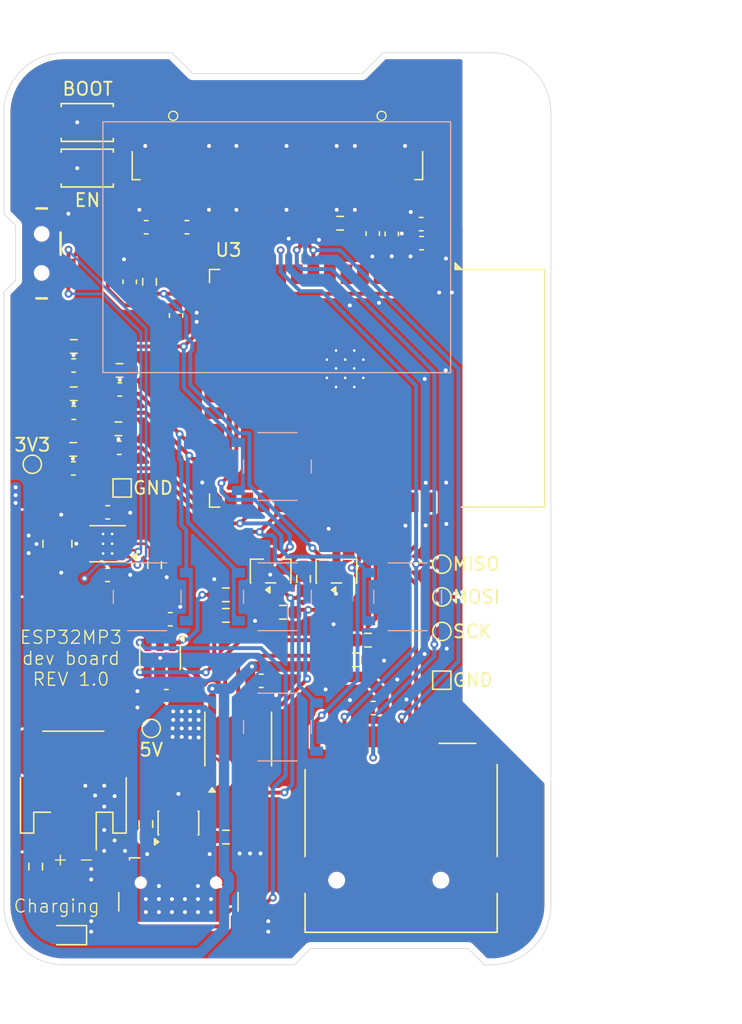
<source format=kicad_pcb>
(kicad_pcb (version 20241229) (generator "pcbnew") (generator_version "9.0")
  (layers (0 "F.Cu" signal) (2 "B.Cu" signal) (13 "F.Paste" user) (15 "B.Paste" user) (5 "F.SilkS" user "F.Silkscreen") (7 "B.SilkS" user "B.Silkscreen") (1 "F.Mask" user) (3 "B.Mask" user) (25 "Edge.Cuts" user))
  (net 0 "")
  (net 1 "+3V3")
  (net 2 "GND")
  (net 3 "/MCU/EN")
  (net 4 "/Buttons/BTN UP")
  (net 5 "/Buttons/BTN ENTER")
  (net 6 "/Buttons/BTN DOWN")
  (net 7 "/Buttons/BTN RIGHT")
  (net 8 "/Buttons/BTN LEFT")
  (net 9 "/MCU/BOOT")
  (net 10 "+BATT")
  (net 11 "Net-(DS1-VCOMH)")
  (net 12 "Net-(DS1-VCC)")
  (net 13 "Net-(DS1-C2N)")
  (net 14 "Net-(DS1-C2P)")
  (net 15 "Net-(DS1-C1N)")
  (net 16 "Net-(DS1-C1P)")
  (net 17 "Net-(D1-K)")
  (net 18 "Net-(D1-A)")
  (net 20 "/Display/DISPLAY RESET")
  (net 22 "/Display/CLK")
  (net 23 "/Display/MOSI")
  (net 24 "/Display/DISPLAY CS")
  (net 25 "Net-(DS1-IREF)")
  (net 26 "/Display/DISPLAY D{slash}~{C}")
  (net 27 "/MCU/µSD CS")
  (net 28 "/MCU/MISO")
  (net 29 "/MCU/µSD DET")
  (net 30 "Net-(J1-CC2)")
  (net 31 "Net-(J1-D--PadA7)")
  (net 32 "Net-(J1-CC1)")
  (net 33 "Net-(J1-D+-PadA6)")
  (net 34 "VBUS")
  (net 39 "Net-(U2-LX2)")
  (net 40 "Net-(U2-LX1)")
  (net 41 "/USB bridge/~{RTS}")
  (net 42 "Net-(Q1-B)")
  (net 43 "Net-(U1-ISET)")
  (net 44 "Net-(U1-TS)")
  (net 45 "/USB bridge/~{DTR}")
  (net 46 "Net-(Q2-B)")
  (net 47 "/USB bridge/TXD BRIDGE")
  (net 48 "Net-(U2-CFG1)")
  (net 49 "Net-(SW1-B)")
  (net 50 "/USB bridge/RXD BRIDGE")
  (net 61 "/MCU/RXD BRIDGE")
  (net 69 "/MCU/TXD BRIDGE")
  (net 71 "/USB bridge/UD-")
  (net 72 "/USB bridge/UD+")
  (footprint "Package_TO_SOT_SMD:SOT-23-6" (layer "F.Cu") (at 166.899532 104.858046 90)
    (property "Reference" "U5" (hide yes))
    (property "Value" "USBLC6-2SC6")
  )
  (footprint "Capacitor_SMD:C_0603_1608Metric" (layer "F.Cu") (at 183.28 59.65 -90)
    (property "Reference" "C14" (hide yes))
    (property "Value" "2u2")
  )
  (footprint "Library:SW_TS-1088-AR02016" (layer "F.Cu") (at 159.9 54.6)
    (property "Reference" "SW2" (hide yes))
    (property "Value" "EN")
  )
  (footprint "Capacitor_SMD:C_0603_1608Metric" (layer "F.Cu") (at 158.855 69.75 180)
    (property "Reference" "C16" (hide yes))
    (property "Value" "100n")
  )
  (footprint "Library:N096-2864KSWEG01-H30" (layer "F.Cu") (at 174.5 51.95)
    (property "Reference" "DS1" (hide yes))
    (property "Value" "N096-2864KSWEG01-H30")
  )
  (footprint "TestPoint:TestPoint_Pad_D1.0mm" (layer "F.Cu") (at 187.12 85)
    (property "Reference" "TP3" (hide yes))
    (property "Value" "MISO")
  )
  (footprint "Resistor_SMD:R_0603_1608Metric_Pad0.98x0.95mm_HandSolder" (layer "F.Cu") (at 170.55 88.925)
    (property "Reference" "R3" (hide yes))
    (property "Value" "675R")
  )
  (footprint "Resistor_SMD:R_0603_1608Metric_Pad0.98x0.95mm_HandSolder" (layer "F.Cu") (at 158.82 76.19)
    (property "Reference" "R16" (hide yes))
    (property "Value" "10k")
  )
  (footprint "TestPoint:TestPoint_Pad_D1.0mm" (layer "F.Cu") (at 187.13 90.16)
    (property "Reference" "TP5" (hide yes))
    (property "Value" "SCK")
  )
  (footprint "Capacitor_SMD:C_0603_1608Metric" (layer "F.Cu") (at 185.54 58.9 180)
    (property "Reference" "C8" (hide yes))
    (property "Value" "100n")
  )
  (footprint "RF_Module:ESP32-WROOM-32D" (layer "F.Cu") (at 179.17 71.5 -90)
    (property "Reference" "U3")
    (property "Value" "ESP32-WROOM-32E-R2")
  )
  (footprint "Capacitor_SMD:C_0603_1608Metric" (layer "F.Cu") (at 161.46 85.82)
    (property "Reference" "C3" (hide yes))
    (property "Value" "22u")
  )
  (footprint "Resistor_SMD:R_0603_1608Metric_Pad0.98x0.95mm_HandSolder" (layer "F.Cu") (at 179.32 58.832 180)
    (property "Reference" "R12" (hide yes))
    (property "Value" "910k")
  )
  (footprint "Resistor_SMD:R_0603_1608Metric_Pad0.98x0.95mm_HandSolder" (layer "F.Cu") (at 181.45 90.83)
    (property "Reference" "R1" (hide yes))
    (property "Value" "0R")
  )
  (footprint "TestPoint:TestPoint_Pad_D1.0mm" (layer "F.Cu") (at 187.13 87.51)
    (property "Reference" "TP4" (hide yes))
    (property "Value" "MOSI")
  )
  (footprint "TestPoint:TestPoint_Pad_1.0x1.0mm" (layer "F.Cu") (at 187.125 93.9)
    (property "Reference" "TP1" (hide yes))
    (property "Value" "GND")
  )
  (footprint "Capacitor_SMD:C_0603_1608Metric" (layer "F.Cu") (at 161.47 81.02)
    (property "Reference" "C4" (hide yes))
    (property "Value" "22u")
  )
  (footprint "TestPoint:TestPoint_Pad_D1.0mm" (layer "F.Cu") (at 164.81 97.6)
    (property "Reference" "TP6" (hide yes))
    (property "Value" "5V")
  )
  (footprint "Capacitor_SMD:C_0603_1608Metric" (layer "F.Cu") (at 167.55 59.137)
    (property "Reference" "C12" (hide yes))
    (property "Value" "1u")
  )
  (footprint "Resistor_SMD:R_0603_1608Metric_Pad0.98x0.95mm_HandSolder" (layer "F.Cu") (at 158.86 71.92)
    (property "Reference" "R15" (hide yes))
    (property "Value" "10k")
  )
  (footprint "Resistor_SMD:R_0603_1608Metric_Pad0.98x0.95mm_HandSolder" (layer "F.Cu") (at 170.55 87.35)
    (property "Reference" "R4" (hide yes))
    (property "Value" "10k")
  )
  (footprint "Capacitor_SMD:C_0603_1608Metric" (layer "F.Cu") (at 181.86 96.04 180)
    (property "Reference" "C10" (hide yes))
    (property "Value" "100n")
  )
  (footprint "Capacitor_SMD:C_0603_1608Metric" (layer "F.Cu") (at 163.16 63.33 90)
    (property "Reference" "C5" (hide yes))
    (property "Value" "100n")
  )
  (footprint "Resistor_SMD:R_0603_1608Metric_Pad0.98x0.95mm_HandSolder" (layer "F.Cu") (at 165.07 85.07 -90)
    (property "Reference" "R6" (hide yes))
    (property "Value" "36k5")
  )
  (footprint "Library:SW_TS-1088-AR02016" (layer "F.Cu") (at 159.9 51.1)
    (property "Reference" "SW3" (hide yes))
    (property "Value" "BOOT")
  )
  (footprint "Package_SO:SSOP-10-1EP_3.9x4.9mm_P1mm_EP2.1x3.3mm" (layer "F.Cu") (at 171.49 98.4125 90)
    (property "Reference" "U4" (hide yes))
    (property "Value" "CH340K")
  )
  (footprint "Package_TO_SOT_SMD:SOT-23-3" (layer "F.Cu") (at 179.03 85.53 90)
    (property "Reference" "Q1" (hide yes))
    (property "Value" "SS8050")
  )
  (footprint "Connector_JST:JST_PH_S2B-PH-SM4-TB_1x02-1MP_P2.00mm_Horizontal" (layer "F.Cu") (at 158.83 102.325 180)
    (property "Reference" "BT1" (hide yes))
    (property "Value" "974058 li-Ion")
  )
  (footprint "Resistor_SMD:R_0603_1608Metric_Pad0.98x0.95mm_HandSolder" (layer "F.Cu") (at 164.68 63.33 -90)
    (property "Reference" "R7" (hide yes))
    (property "Value" "10k")
  )
  (footprint "Capacitor_SMD:C_0603_1608Metric" (layer "F.Cu") (at 162.4025 71.59 180)
    (property "Reference" "C19" (hide yes))
    (property "Value" "100n")
  )
  (footprint "Connector_USB:USB_C_Receptacle_GCT_USB4110" (layer "F.Cu") (at 166.9 112.05)
    (property "Reference" "J1" (hide yes))
    (property "Value" "USB_C_Receptacle_USB2.0_16P")
  )
  (footprint "Package_TO_SOT_SMD:SOT-23-6" (layer "F.Cu") (at 165.4875 92.15 -90)
    (property "Reference" "U1" (hide yes))
    (property "Value" "BQ21040DBV")
  )
  (footprint "Inductor_SMD:L_1008_2520Metric" (layer "F.Cu") (at 157.61 83.43 90)
    (property "Reference" "L1" (hide yes))
    (property "Value" "2u2")
  )
  (footprint "Capacitor_SMD:C_0603_1608Metric" (layer "F.Cu") (at 166.275 89.225)
    (property "Reference" "C2" (hide yes))
    (property "Value" "22u")
  )
  (footprint "Resistor_SMD:R_0603_1608Metric_Pad0.98x0.95mm_HandSolder" (layer "F.Cu") (at 170.55 105.94 180)
    (property "Reference" "R11" (hide yes))
    (property "Value" "5k1")
  )
  (footprint "Capacitor_SMD:C_0603_1608Metric" (layer "F.Cu") (at 158.83 77.65 180)
    (property "Reference" "C18" (hide yes))
    (property "Value" "100n")
  )
  (footprint "Resistor_SMD:R_0603_1608Metric_Pad0.98x0.95mm_HandSolder" (layer "F.Cu") (at 162.38 70.13)
    (property "Reference" "R17" (hide yes))
    (property "Value" "10k")
  )
  (footprint "Resistor_SMD:R_0603_1608Metric_Pad0.98x0.95mm_HandSolder" (layer "F.Cu") (at 162.295 74.61)
    (property "Reference" "R13" (hide yes))
    (property "Value" "10k")
  )
  (footprint "Resistor_SMD:R_0603_1608Metric_Pad0.98x0.95mm_HandSolder" (layer "F.Cu") (at 176.51 86.1275 90)
    (property "Reference" "R8" (hide yes))
    (property "Value" "10k")
  )
  (footprint "LED_SMD:LED_0603_1608Metric" (layer "F.Cu") (at 158.36 113.47 180)
    (property "Reference" "D1" (hide yes))
    (property "Value" "LED")
  )
  (footprint "Capacitor_SMD:C_0603_1608Metric" (layer "F.Cu") (at 165.965 95.13 180)
    (property "Reference" "C1" (hide yes))
    (property "Value" "2u2")
  )
  (footprint "Resistor_SMD:R_0603_1608Metric_Pad0.98x0.95mm_HandSolder" (layer "F.Cu") (at 155.94 108.21 -90)
    (property "Reference" "R5" (hide yes))
    (property "Value" "270R")
  )
  (footprint "Resistor_SMD:R_0603_1608Metric_Pad0.98x0.95mm_HandSolder" (layer "F.Cu") (at 174.93 88.69 180)
    (property "Reference" "R9" (hide yes))
    (property "Value" "10k")
  )
  (footprint "Capacitor_SMD:C_0603_1608Metric" (layer "F.Cu") (at 158.87 73.38 180)
    (property "Reference" "C17" (hide yes))
    (property "Value" "100n")
  )
  (footprint "Capacitor_SMD:C_0603_1608Metric" (layer "F.Cu") (at 164.425 59.137)
    (property "Reference" "C11" (hide yes))
    (property "Value" "1u")
  )
  (footprint "Resistor_SMD:R_0603_1608Metric_Pad0.98x0.95mm_HandSolder" (layer "F.Cu") (at 180.53 92.34)
    (property "Reference" "R2" (hide yes))
    (property "Value" "0R")
  )
  (footprint "Package_SON:WSON-10-1EP_2.5x2.5mm_P0.5mm_EP1.2x2mm_ThermalVias" (layer "F.Cu") (at 161.46 83.43 180)
    (property "Reference" "U2" (hide yes))
    (property "Value" "TPS63900")
  )
  (footprint "Package_TO_SOT_SMD:SOT-23-3" (layer "F.Cu") (at 173.98 85.5225 90)
    (property "Reference" "Q2" (hide yes))
    (property "Value" "SS8050")
  )
  (footprint "Library:MK-12C02-G015" (layer "F.Cu") (at 156.4 61.15 90)
    (property "Reference" "SW1" (hide yes))
    (property "Value" "SW_SPDT")
  )
  (footprint "Capacitor_SMD:C_0603_1608Metric" (layer "F.Cu") (at 173.26 93.95)
    (property "Reference" "C9" (hide yes))
    (property "Value" "100n")
  )
  (footprint "Library:TF PUSH" (layer "F.Cu") (at 184 106)
    (property "Reference" "J2" (hide yes))
    (property "Value" "Micro_SD_Card_Det1")
  )
  (footprint "Resistor_SMD:R_0603_1608Metric_Pad0.98x0.95mm_HandSolder" (layer "F.Cu") (at 158.87 68.29)
    (property "Reference" "R14" (hide yes))
    (property "Value" "10k")
  )
  (footprint "Capacitor_SMD:C_0603_1608Metric" (layer "F.Cu") (at 162.355 76.07 180)
    (property "Reference" "C15" (hide yes))
    (property "Value" "100n")
  )
  (footprint "TestPoint:TestPoint_Pad_D1.0mm" (layer "F.Cu") (at 155.68 77.33)
    (property "Reference" "TP7" (hide yes))
    (property "Value" "3V3")
  )
  (footprint "Capacitor_SMD:C_0603_1608Metric" (layer "F.Cu") (at 181.82 59.632 -90)
    (property "Reference" "C13" (hide yes))
    (property "Value" "4u7")
  )
  (footprint "TestPoint:TestPoint_Pad_1.0x1.0mm" (layer "F.Cu") (at 162.575 79.15)
    (property "Reference" "TP2" (hide yes))
    (property "Value" "GND")
  )
  (footprint "Capacitor_SMD:C_0603_1608Metric" (layer "F.Cu") (at 185.57 60.36 180)
    (property "Reference" "C7" (hide yes))
    (property "Value" "100n")
  )
  (footprint "Resistor_SMD:R_0603_1608Metric_Pad0.98x0.95mm_HandSolder" (layer "F.Cu") (at 164.4 104.95 -90)
    (property "Reference" "R10" (hide yes))
    (property "Value" "5k1")
  )
  (footprint "Capacitor_SMD:C_0603_1608Metric" (layer "F.Cu") (at 166.72 65.91 -90)
    (property "Reference" "C6" (hide yes))
    (property "Value" "100n")
  )
  (footprint "Library:PTS526SM15SMTR2LFS" (layer "B.Cu") (at 174.5 97.5)
    (property "Reference" "SW7" (hide yes))
    (property "Value" "DOWN")
  )
  (footprint "Library:PTS526SM15SMTR2LFS" (layer "B.Cu") (at 184.5 87.5 180)
    (property "Reference" "SW4" (hide yes))
    (property "Value" "LEFT")
  )
  (footprint "Library:PTS526SM15SMTR2LFS" (layer "B.Cu") (at 174.5 87.5 180)
    (property "Reference" "SW6" (hide yes))
    (property "Value" "ENTER")
  )
  (footprint "Library:PTS526SM15SMTR2LFS" (layer "B.Cu") (at 164.5 87.5)
    (property "Reference" "SW8" (hide yes))
    (property "Value" "RIGHT")
  )
  (footprint "Library:PTS526SM15SMTR2LFS" (layer "B.Cu") (at 174.5 77.5 180)
    (property "Reference" "SW5" (hide yes))
    (property "Value" "UP")
  )
  (gr_line (start 154.4 59) (end 154.4 63.2) (stroke (width 0.05)) (layer "Edge.Cuts"))
  (gr_line (start 168 47.35) (end 174.5 47.35) (stroke (width 0.05)) (layer "Edge.Cuts"))
  (gr_line (start 181 47.35) (end 174.5 47.35) (stroke (width 0.05)) (layer "Edge.Cuts"))
  (gr_line (start 154.4 63.2) (end 153.5 64.1) (stroke (width 0.05)) (layer "Edge.Cuts"))
  (gr_arc (start 153.5 50.35) (mid 154.847309 47.097309) (end 158.1 45.75) (stroke (width 0.05)) (layer "Edge.Cuts"))
  (gr_arc (start 195.5 111.15) (mid 194.152691 114.402691) (end 190.9 115.75) (stroke (width 0.05)) (layer "Edge.Cuts"))
  (gr_line (start 182.6 45.75) (end 181 47.35) (stroke (width 0.05)) (layer "Edge.Cuts"))
  (gr_line (start 190.4 115.75) (end 190.9 115.75) (stroke (width 0.05)) (layer "Edge.Cuts"))
  (gr_line (start 189.15 114.5) (end 190.4 115.75) (stroke (width 0.05)) (layer "Edge.Cuts"))
  (gr_arc (start 158.099999 115.750001) (mid 154.847308 114.402692) (end 153.499999 111.150001) (stroke (width 0.05)) (layer "Edge.Cuts"))
  (gr_line (start 175.8 115.75) (end 158.1 115.75) (stroke (width 0.05)) (layer "Edge.Cuts"))
  (gr_line (start 158.1 45.75) (end 166.4 45.75) (stroke (width 0.05)) (layer "Edge.Cuts"))
  (gr_line (start 177.05 114.5) (end 189.15 114.5) (stroke (width 0.05)) (layer "Edge.Cuts"))
  (gr_line (start 153.5 64.1) (end 153.5 111.15) (stroke (width 0.05)) (layer "Edge.Cuts"))
  (gr_line (start 153.5 58.1) (end 153.5 50.35) (stroke (width 0.05)) (layer "Edge.Cuts"))
  (gr_line (start 195.5 50.35) (end 195.5 111.15) (stroke (width 0.05)) (layer "Edge.Cuts"))
  (gr_line (start 166.4 45.75) (end 168 47.35) (stroke (width 0.05)) (layer "Edge.Cuts"))
  (gr_line (start 154.4 59) (end 153.5 58.1) (stroke (width 0.05)) (layer "Edge.Cuts"))
  (gr_line (start 177.05 114.5) (end 175.8 115.75) (stroke (width 0.05)) (layer "Edge.Cuts"))
  (gr_line (start 182.6 45.75) (end 190.9 45.75) (stroke (width 0.05)) (layer "Edge.Cuts"))
  (gr_arc (start 190.9 45.75) (mid 194.152691 47.097309) (end 195.5 50.35) (stroke (width 0.05)) (layer "Edge.Cuts"))
  (gr_text "+ -" (at 158.83 108.21 0) (layer "F.SilkS") (effects (font (size 1 1) (thickness 0.1)) (justify bottom)))
  (gr_text "Charging" (at 157.55 111.82 0) (layer "F.SilkS") (effects (font (size 1 1) (thickness 0.1)) (justify bottom)))
  (gr_text "ESP32MP3\ndev board\nREV 1.0" (at 158.65 92.22 0) (layer "F.SilkS") (effects (font (size 1 1) (thickness 0.1))))
  (segment (start 169.49 95.775) (end 169.49 94.56) (width 0.3) (layer "F.Cu") (net 1))
  (segment (start 182.95 98.25) (end 182.95 96.355) (width 0.4) (layer "F.Cu") (net 1))
  (segment (start 172.485 92.915) (end 172.485 93.95) (width 0.6) (layer "F.Cu") (net 1))
  (segment (start 162.476 60.186) (end 162.476 56.376) (width 0.3) (layer "F.Cu") (net 1))
  (segment (start 181.32 93.65) (end 178.7 93.65) (width 0.8) (layer "F.Cu") (net 1))
  (segment (start 169.49 94.56) (end 169.5 94.55) (width 0.3) (layer "F.Cu") (net 1))
  (segment (start 172.49 93.955) (end 172.485 93.95) (width 0.3) (layer "F.Cu") (net 1))
  (segment (start 177.9 92.85) (end 172.55 92.85) (width 0.8) (layer "F.Cu") (net 1))
  (segment (start 160.8475 70.75) (end 157.5 70.75) (width 0.3) (layer "F.Cu") (net 1))
  (segment (start 162.476 56.376) (end 163.001 55.851) (width 0.3) (layer "F.Cu") (net 1))
  (segment (start 161.3825 74.61) (end 157.49 74.61) (width 0.3) (layer "F.Cu") (net 1))
  (segment (start 172.49 95.775) (end 172.49 93.955) (width 0.6) (layer "F.Cu") (net 1))
  (segment (start 161.4675 70.13) (end 160.8475 70.75) (width 0.3) (layer "F.Cu") (net 1))
  (segment (start 169.95 55.337) (end 169.95 49.6) (width 0.4) (layer "F.Cu") (net 1))
  (segment (start 167.85 55.337) (end 167.85 49.55) (width 0.4) (layer "F.Cu") (net 1))
  (segment (start 182.635 94.965) (end 181.32 93.65) (width 0.8) (layer "F.Cu") (net 1))
  (segment (start 169.48 95.765) (end 169.49 95.775) (width 0.3) (layer "F.Cu") (net 1))
  (segment (start 164.68 62.4175) (end 164.68 62.39) (width 0.3) (layer "F.Cu") (net 1))
  (segment (start 178.7 93.65) (end 177.9 92.85) (width 0.8) (layer "F.Cu") (net 1))
  (segment (start 163.001 55.851) (end 163.001 51.45) (width 0.3) (layer "F.Cu") (net 1))
  (segment (start 164.68 62.39) (end 162.476 60.186) (width 0.3) (layer "F.Cu") (net 1))
  (segment (start 172.55 92.85) (end 172.485 92.915) (width 0.8) (layer "F.Cu") (net 1))
  (segment (start 182.635 94.965) (end 182.635 96.04) (width 0.8) (layer "F.Cu") (net 1))
  (via (at 172.55 92.85) (size 0.6) (drill 0.3) (layers "F.Cu" "B.Cu") (net 1))
  (via (at 154.4 79.7) (size 0.6) (drill 0.3) (layers "F.Cu" "B.Cu") (net 1))
  (via (at 154.4 79.1) (size 0.6) (drill 0.3) (layers "F.Cu" "B.Cu") (net 1))
  (via (at 169.5 94.55) (size 0.6) (drill 0.3) (layers "F.Cu" "B.Cu") (net 1))
  (via (at 154.4 80.3) (size 0.6) (drill 0.3) (layers "F.Cu" "B.Cu") (net 1))
  (segment (start 154.4 80.3) (end 154.401 80.301) (width 0.8) (layer "B.Cu") (net 1))
  (segment (start 170.4 100.302) (end 170.399 100.301) (width 0.8) (layer "B.Cu") (net 1))
  (segment (start 170.85 94.55) (end 172.55 92.85) (width 0.8) (layer "B.Cu") (net 1))
  (segment (start 170.4 112.999) (end 170.4 110.215272) (width 0.8) (layer "B.Cu") (net 1))
  (segment (start 170.399 100.301) (end 170.399 94.55) (width 0.8) (layer "B.Cu") (net 1))
  (segment (start 170.766 109.849272) (end 170.766 109.040728) (width 0.8) (layer "B.Cu") (net 1))
  (segment (start 170.4 110.215272) (end 170.766 109.849272) (width 0.8) (layer "B.Cu") (net 1))
  (segment (start 170.399 94.55) (end 170.85 94.55) (width 0.8) (layer "B.Cu") (net 1))
  (segment (start 154.401 91.549) (end 154.401 111.124438) (width 0.8) (layer "B.Cu") (net 1))
  (segment (start 170.4 108.674728) (end 170.4 100.302) (width 0.8) (layer "B.Cu") (net 1))
  (segment (start 158.125562 114.849) (end 168.55 114.849) (width 0.8) (layer "B.Cu") (net 1))
  (segment (start 154.4 79.7) (end 154.4 80.3) (width 0.8) (layer "B.Cu") (net 1))
  (segment (start 154.4 79.1) (end 154.4 79.7) (width 0.8) (layer "B.Cu") (net 1))
  (segment (start 170.766 109.040728) (end 170.4 108.674728) (width 0.8) (layer "B.Cu") (net 1))
  (segment (start 170.399 94.55) (end 169.5 94.55) (width 0.8) (layer "B.Cu") (net 1))
  (segment (start 154.401 80.301) (end 154.401 91.549) (width 0.8) (layer "B.Cu") (net 1))
  (segment (start 168.55 114.849) (end 170.4 112.999) (width 0.8) (layer "B.Cu") (net 1))
  (arc (start 154.401 111.124438) (mid 155.491899 113.758101) (end 158.125562 114.849) (width 0.8) (layer "B.Cu") (net 1))
  (via (at 160.2 108.4) (size 0.6) (drill 0.3) (layers "F.Cu" "B.Cu") (net 2))
  (via (at 165.5 92.2) (size 0.6) (drill 0.3) (layers "F.Cu" "B.Cu") (net 2))
  (via (at 162.8 107) (size 0.6) (drill 0.3) (layers "F.Cu" "B.Cu") (net 2))
  (via (at 173.8 113.2) (size 0.6) (drill 0.3) (layers "F.Cu" "B.Cu") (net 2))
  (via (at 171.35 52.9) (size 0.6) (drill 0.3) (layers "F.Cu" "B.Cu") (net 2))
  (via (at 158.85 72.65) (size 0.6) (drill 0.3) (layers "F.Cu" "B.Cu") (net 2))
  (via (at 173.2 107.2) (size 0.6) (drill 0.3) (layers "F.Cu" "B.Cu") (net 2))
  (via (at 182.69 92.4) (size 0.6) (drill 0.3) (layers "F.Cu" "B.Cu") (net 2))
  (via (at 158.85 68.95) (size 0.6) (drill 0.3) (layers "F.Cu" "B.Cu") (net 2))
  (via (at 169.65 86.15) (size 0.6) (drill 0.3) (layers "F.Cu" "B.Cu") (net 2))
  (via (at 162 106.2) (size 0.6) (drill 0.3) (layers "F.Cu" "B.Cu") (net 2))
  (via (at 177.69 60.11) (size 0.6) (drill 0.3) (layers "F.Cu" "B.Cu") (net 2))
  (via (at 157.9 85.65) (size 0.6) (drill 0.3) (layers "F.Cu" "B.Cu") (net 2))
  (via (at 171.6 107.2) (size 0.6) (drill 0.3) (layers "F.Cu" "B.Cu") (net 2))
  (via (at 178.2 94.61) (size 0.6) (drill 0.3) (layers "F.Cu" "B.Cu") (net 2))
  (via (at 185.81 70.78) (size 0.6) (drill 0.3) (layers "F.Cu" "B.Cu") (net 2))
  (via (at 167.04 88.27) (size 0.6) (drill 0.3) (layers "F.Cu" "B.Cu") (net 2))
  (via (at 163.9 57.8) (size 0.6) (drill 0.3) (layers "F.Cu" "B.Cu") (net 2))
  (via (at 185.88 82.02) (size 0.6) (drill 0.3) (layers "F.Cu" "B.Cu") (net 2))
  (via (at 186.92 64.15) (size 0.6) (drill 0.3) (layers "F.Cu" "B.Cu") (net 2))
  (via (at 179.05 57.8) (size 0.6) (drill 0.3) (layers "F.Cu" "B.Cu") (net 2))
  (via (at 187.47 81.91) (size 0.6) (drill 0.3) (layers "F.Cu" "B.Cu") (net 2))
  (via (at 158.45 58.1) (size 0.6) (drill 0.3) (layers "F.Cu" "B.Cu") (net 2))
  (via (at 166 86) (size 0.6) (drill 0.3) (layers "F.Cu" "B.Cu") (net 2))
  (via (at 171.35 57.8) (size 0.6) (drill 0.3) (layers "F.Cu" "B.Cu") (net 2))
  (via (at 172.78 89.35) (size 0.6) (drill 0.3) (layers "F.Cu" "B.Cu") (net 2))
  (via (at 161.2 107) (size 0.6) (drill 0.3) (layers "F.Cu" "B.Cu") (net 2))
  (via (at 175.2 57.8) (size 0.6) (drill 0.3) (layers "F.Cu" "B.Cu") (net 2))
  (via (at 187.44 61.54) (size 0.6) (drill 0.3) (layers "F.Cu" "B.Cu") (net 2))
  (via (at 163.2 85.82) (size 0.6) (drill 0.3) (layers "F.Cu" "B.Cu") (net 2))
  (via (at 184.33 82.04) (size 0.6) (drill 0.3) (layers "F.Cu" "B.Cu") (net 2))
  (via (at 187.9 64.15) (size 0.6) (drill 0.3) (layers "F.Cu" "B.Cu") (net 2))
  (via (at 172.4 107.2) (size 0.6) (drill 0.3) (layers "F.Cu" "B.Cu") (net 2))
  (via (at 174.4 95.05) (size 0.6) (drill 0.3) (layers "F.Cu" "B.Cu") (net 2))
  (via (at 178.81 89.61) (size 0.6) (drill 0.3) (layers "F.Cu" "B.Cu") (net 2))
  (via (at 181.79 61.38) (size 0.6) (drill 0.3) (layers "F.Cu" "B.Cu") (net 2))
  (via (at 155.4 84.15) (size 0.6) (drill 0.3) (layers "F.Cu" "B.Cu") (net 2))
  (via (at 159.13 51.09) (size 0.6) (drill 0.3) (layers "F.Cu" "B.Cu") (net 2))
  (via (at 168.3 66.4) (size 0.6) (drill 0.3) (layers "F.Cu" "B.Cu") (net 2))
  (via (at 184.3 52.9) (size 0.6) (drill 0.3) (layers "F.Cu" "B.Cu") (net 2))
  (via (at 180.45 57.8) (size 0.6) (drill 0.3) (layers "F.Cu" "B.Cu") (net 2))
  (via (at 163.2 81.05) (size 0.6) (drill 0.3) (layers "F.Cu" "B.Cu") (net 2))
  (via (at 163.75 96) (size 0.6) (drill 0.3) (layers "F.Cu" "B.Cu") (net 2))
  (via (at 187.46 78.74) (size 0.6) (drill 0.3) (layers "F.Cu" "B.Cu") (net 2))
  (via (at 168.3 65.7) (size 0.6) (drill 0.3) (layers "F.Cu" "B.Cu") (net 2))
  (via (at 161.2 103.6) (size 0.6) (drill 0.3) (layers "F.Cu" "B.Cu") (net 2))
  (via (at 183.7 93.85) (size 0.6) (drill 0.3) (layers "F.Cu" "B.Cu") (net 2))
  (via (at 179 87.27) (size 0.6) (drill 0.3) (layers "F.Cu" "B.Cu") (net 2))
  (via (at 169.25 52.9) (size 0.6) (drill 0.3) (layers "F.Cu" "B.Cu") (net 2))
  (via (at 157.9 81.2) (size 0.6) (drill 0.3) (layers "F.Cu" "B.Cu") (net 2))
  (via (at 183.28 61.37) (size 0.6) (drill 0.3) (layers "F.Cu" "B.Cu") (net 2))
  (via (at 159.75 102) (size 0.6) (drill 0.3) (layers "F.Cu" "B.Cu") (net 2))
  (via (at 160.2 109.2) (size 0.6) (drill 0.3) (layers "F.Cu" "B.Cu") (net 2))
  (via (at 162 102.8) (size 0.6) (drill 0.3) (layers "F.Cu" "B.Cu") (net 2))
  (via (at 180.06 65.14) (size 0.6) (drill 0.3) (layers "F.Cu" "B.Cu") (net 2))
  (via (at 161.2 102) (size 0.6) (drill 0.3) (layers "F.Cu" "B.Cu") (net 2))
  (via (at 169.25 57.8) (size 0.6) (drill 0.3) (layers "F.Cu" "B.Cu") (net 2))
  (via (at 160.2 112.4) (size 0.6) (drill 0.3) (layers "F.Cu" "B.Cu") (net 2))
  (via (at 184.72 61.38) (size 0.6) (drill 0.3) (layers "F.Cu" "B.Cu") (net 2))
  (via (at 185.89 78.75) (size 0.6) (drill 0.3) (layers "F.Cu" "B.Cu") (net 2))
  (via (at 173.8 112.4) (size 0.6) (drill 0.3) (layers "F.Cu" "B.Cu") (net 2))
  (via (at 160.2 113.2) (size 0.6) (drill 0.3) (layers "F.Cu" "B.Cu") (net 2))
  (via (at 179.05 52.9) (size 0.6) (drill 0.3) (layers "F.Cu" "B.Cu") (net 2))
  (via (at 185.8 91.89) (size 0.6) (drill 0.3) (layers "F.Cu" "B.Cu") (net 2))
  (via (at 159.06 83.43) (size 0.6) (drill 0.3) (layers "F.Cu" "B.Cu") (net 2))
  (via (at 159.13 54.61) (size 0.6) (drill 0.3) (layers "F.Cu" "B.Cu") (net 2))
  (via (at 162.3 75.4) (size 0.6) (drill 0.3) (layers "F.Cu" "B.Cu") (net 2))
  (via (at 164.35 52.9) (size 0.6) (drill 0.3) (layers "F.Cu" "B.Cu") (net 2))
  (via (at 187.5 91.48) (size 0.6) (drill 0.3) (layers "F.Cu" "B.Cu") (net 2))
  (via (at 162.4 70.85) (size 0.6) (drill 0.3) (layers "F.Cu" "B.Cu") (net 2))
  (via (at 178.43 82.28) (size 0.6) (drill 0.3) (layers "F.Cu" "B.Cu") (net 2))
  (via (at 180.07 95.43) (size 0.6) (drill 0.3) (layers "F.Cu" "B.Cu") (net 2))
  (via (at 175.37 60.01) (size 0.6) (drill 0.3) (layers "F.Cu" "B.Cu") (net 2))
  (via (at 180.45 52.9) (size 0.6) (drill 0.3) (layers "F.Cu" "B.Cu") (net 2))
  (via (at 173.95 85.8) (size 0.6) (drill 0.3) (layers "F.Cu" "B.Cu") (net 2))
  (via (at 163.75 94.75) (size 0.6) (drill 0.3) (layers "F.Cu" "B.Cu") (net 2))
  (via (at 158.8 76.9) (size 0.6) (drill 0.3) (layers "F.Cu" "B.Cu") (net 2))
  (via (at 161.2 105.4) (size 0.6) (drill 0.3) (layers "F.Cu" "B.Cu") (net 2))
  (via (at 184.05 59.62) (size 0.6) (drill 0.3) (layers "F.Cu" "B.Cu") (net 2))
  (via (at 175.2 52.9) (size 0.6) (drill 0.3) (layers "F.Cu" "B.Cu") (net 2))
  (via (at 160.5 102.75) (size 0.6) (drill 0.3) (layers "F.Cu" "B.Cu") (net 2))
  (via (at 168.73 78.73) (size 0.6) (drill 0.3) (layers "F.Cu" "B.Cu") (net 2))
  (via (at 155.4 82.8) (size 0.6) (drill 0.3) (layers "F.Cu" "B.Cu") (net 2))
  (via (at 184.41 95.38) (size 0.6) (drill 0.3) (layers "F.Cu" "B.Cu") (net 2))
  (via (at 162.72 61.6) (size 0.6) (drill 0.3) (layers "F.Cu" "B.Cu") (net 2))
  (via (at 182.3 64.94) (size 0.6) (drill 0.3) (layers "F.Cu" "B.Cu") (net 2))
  (via (at 156 83.45) (size 0.6) (drill 0.3) (layers "F.Cu" "B.Cu") (net 2))
  (via (at 184.74 57.97) (size 0.6) (drill 0.3) (layers "F.Cu" "B.Cu") (net 2))
  (via (at 187.42 70.12) (size 0.6) (drill 0.3) (layers "F.Cu" "B.Cu") (net 2))
  (segment (start 177.81954 84.3925) (end 179.03 84.3925) (width 0.3) (layer "F.Cu") (net 3))
  (segment (start 164.68 64.2425) (end 184.4375 64.2425) (width 0.3) (layer "F.Cu") (net 3))
  (segment (start 163.16 64.105) (end 163.2975 64.2425) (width 0.3) (layer "F.Cu") (net 3))
  (segment (start 184.4375 64.2425) (end 184.88 63.8) (width 0.3) (layer "F.Cu") (net 3))
  (segment (start 177.19 83.76296) (end 177.81954 84.3925) (width 0.3) (layer "F.Cu") (net 3))
  (segment (start 163.2975 64.2425) (end 164.68 64.2425) (width 0.3) (layer "F.Cu") (net 3))
  (segment (start 162.405 64.105) (end 163.16 64.105) (width 0.3) (layer "F.Cu") (net 3))
  (segment (start 161.975 63.675) (end 162.405 64.105) (width 0.3) (layer "F.Cu") (net 3))
  (segment (start 184.88 63.8) (end 184.88 62.75) (width 0.3) (layer "F.Cu") (net 3))
  (segment (start 161.975 54.6) (end 161.975 63.675) (width 0.3) (layer "F.Cu") (net 3))
  (via (at 177.19 83.76296) (size 0.6) (drill 0.3) (layers "F.Cu" "B.Cu") (net 3))
  (via (at 165.77 64.2425) (size 0.6) (drill 0.3) (layers "F.Cu" "B.Cu") (net 3))
  (segment (start 177.19 83.76296) (end 172.351 78.923959) (width 0.3) (layer "B.Cu") (net 3))
  (segment (start 172.351 74.949) (end 171.50752 74.949) (width 0.3) (layer "B.Cu") (net 3))
  (segment (start 167.961 68.559654) (end 167.961 68.020346) (width 0.3) (layer "B.Cu") (net 3))
  (segment (start 167.5 65.9725) (end 165.77 64.2425) (width 0.3) (layer "B.Cu") (net 3))
  (segment (start 167.811 71.25248) (end 167.811 68.709654) (width 0.3) (layer "B.Cu") (net 3))
  (segment (start 171.50752 74.949) (end 167.811 71.25248) (width 0.3) (layer "B.Cu") (net 3))
  (segment (start 167.811 68.709654) (end 167.961 68.559654) (width 0.3) (layer "B.Cu") (net 3))
  (segment (start 172.351 78.923959) (end 172.351 74.949) (width 0.3) (layer "B.Cu") (net 3))
  (segment (start 167.579654 67.639) (end 167.5 67.639) (width 0.3) (layer "B.Cu") (net 3))
  (segment (start 167.961 68.020346) (end 167.579654 67.639) (width 0.3) (layer "B.Cu") (net 3))
  (segment (start 167.5 67.639) (end 167.5 65.9725) (width 0.3) (layer "B.Cu") (net 3))
  (segment (start 168.54 67.06) (end 169.66 67.06) (width 0.3) (layer "F.Cu") (net 4))
  (segment (start 167.31 68.29) (end 168.54 67.06) (width 0.3) (layer "F.Cu") (net 4))
  (segment (start 159.7825 68.29) (end 159.7825 69.5975) (width 0.3) (layer "F.Cu") (net 4))
  (segment (start 159.7825 69.5975) (end 159.63 69.75) (width 0.3) (layer "F.Cu") (net 4))
  (segment (start 159.7825 68.29) (end 167.31 68.29) (width 0.3) (layer "F.Cu") (net 4))
  (via (at 167.31 68.29) (size 0.6) (drill 0.3) (layers "F.Cu" "B.Cu") (net 4))
  (segment (start 167.31 71.46) (end 167.31 68.29) (width 0.3) (layer "B.Cu") (net 4))
  (segment (start 171.85 79) (end 171.85 76) (width 0.3) (layer "B.Cu") (net 4))
  (segment (start 171.5 75.65) (end 167.31 71.46) (width 0.3) (layer "B.Cu") (net 4))
  (segment (start 171.85 76) (end 171.5 75.65) (width 0.3) (layer "B.Cu") (net 4))
  (segment (start 171.5 79.35) (end 171.85 79) (width 0.3) (layer "B.Cu") (net 4))
  (segment (start 167.98 76.92) (end 169.36 76.92) (width 0.3) (layer "F.Cu") (net 5))
  (segment (start 164.44 73.38) (end 159.645 73.38) (width 0.3) (layer "F.Cu") (net 5))
  (segment (start 159.7725 71.92) (end 159.7725 73.2525) (width 0.3) (layer "F.Cu") (net 5))
  (segment (start 159.7725 73.2525) (end 159.645 73.38) (width 0.3) (layer "F.Cu") (net 5))
  (segment (start 169.36 76.92) (end 169.66 77.22) (width 0.3) (layer "F.Cu") (net 5))
  (segment (start 167.73 76.67) (end 167.98 76.92) (width 0.3) (layer "F.Cu") (net 5))
  (segment (start 167.73 76.67) (end 164.44 73.38) (width 0.3) (layer "F.Cu") (net 5))
  (via (at 167.73 76.67) (size 0.6) (drill 0.3) (layers "F.Cu" "B.Cu") (net 5))
  (segment (start 167.62 81.77) (end 171.5 85.65) (width 0.3) (layer "B.Cu") (net 5))
  (segment (start 171.5 89.35) (end 171.15 89) (width 0.3) (layer "B.Cu") (net 5))
  (segment (start 171.15 86) (end 171.5 85.65) (width 0.3) (layer "B.Cu") (net 5))
  (segment (start 171.15 89) (end 171.15 86) (width 0.3) (layer "B.Cu") (net 5))
  (segment (start 167.62 76.78) (end 167.62 81.77) (width 0.3) (layer "B.Cu") (net 5))
  (segment (start 167.73 76.67) (end 167.62 76.78) (width 0.3) (layer "B.Cu") (net 5))
  (segment (start 159.7325 77.5225) (end 159.605 77.65) (width 0.3) (layer "F.Cu") (net 6))
  (segment (start 174.41 80.56) (end 174.72 80.25) (width 0.3) (layer "F.Cu") (net 6))
  (segment (start 159.605 77.65) (end 164.98148 77.65) (width 0.3) (layer "F.Cu") (net 6))
  (segment (start 174.41 81.24) (end 174.41 80.56) (width 0.3) (layer "F.Cu") (net 6))
  (segment (start 173.13 82.52) (end 174.41 81.24) (width 0.3) (layer "F.Cu") (net 6))
  (segment (start 169.85148 82.52) (end 173.13 82.52) (width 0.3) (layer "F.Cu") (net 6))
  (segment (start 164.98148 77.65) (end 169.85148 82.52) (width 0.3) (layer "F.Cu") (net 6))
  (segment (start 159.7325 76.19) (end 159.7325 77.5225) (width 0.3) (layer "F.Cu") (net 6))
  (via (at 173.13 82.52) (size 0.6) (drill 0.3) (layers "F.Cu" "B.Cu") (net 6))
  (segment (start 176.14 86.518521) (end 176.14 94.29) (width 0.3) (layer "B.Cu") (net 6))
  (segment (start 174.309 83.00752) (end 174.309 84.687521) (width 0.3) (layer "B.Cu") (net 6))
  (segment (start 176.14 94.29) (end 177.5 95.65) (width 0.3) (layer "B.Cu") (net 6))
  (segment (start 177.15 99) (end 177.5 99.35) (width 0.3) (layer "B.Cu") (net 6))
  (segment (start 173.38 82.77) (end 174.07148 82.77) (width 0.3) (layer "B.Cu") (net 6))
  (segment (start 177.5 95.65) (end 177.15 96) (width 0.3) (layer "B.Cu") (net 6))
  (segment (start 173.13 82.52) (end 173.38 82.77) (width 0.3) (layer "B.Cu") (net 6))
  (segment (start 174.07148 82.77) (end 174.309 83.00752) (width 0.3) (layer "B.Cu") (net 6))
  (segment (start 174.309 84.687521) (end 176.14 86.518521) (width 0.3) (layer "B.Cu") (net 6))
  (segment (start 177.15 96) (end 177.15 99) (width 0.3) (layer "B.Cu") (net 6))
  (segment (start 166.99462 75.01538) (end 167.92924 75.95) (width 0.3) (layer "F.Cu") (net 7))
  (segment (start 163.89924 71.92) (end 163.38 71.92) (width 0.3) (layer "F.Cu") (net 7))
  (segment (start 163.1775 71.7175) (end 163.1775 71.59) (width 0.3) (layer "F.Cu") (net 7))
  (segment (start 163.38 71.92) (end 163.1775 71.7175) (width 0.3) (layer "F.Cu") (net 7))
  (segment (start 163.2925 70.13) (end 163.2925 71.475) (width 0.3) (layer "F.Cu") (net 7))
  (segment (start 163.2925 71.475) (end 163.1775 71.59) (width 0.3) (layer "F.Cu") (net 7))
  (segment (start 166.99462 75.01538) (end 163.89924 71.92) (width 0.3) (layer "F.Cu") (net 7))
  (segment (start 167.92924 75.95) (end 169.66 75.95) (width 0.3) (layer "F.Cu") (net 7))
  (via (at 166.99462 75.01538) (size 0.6) (drill 0.3) (layers "F.Cu" "B.Cu") (net 7))
  (segment (start 167.85 89) (end 167.85 86) (width 0.3) (layer "B.Cu") (net 7))
  (segment (start 167.119 81.97752) (end 167.119 77.05) (width 0.3) (layer "B.Cu") (net 7))
  (segment (start 167.5 89.35) (end 167.85 89) (width 0.3) (layer "B.Cu") (net 7))
  (segment (start 166.969 76.9) (end 166.969 75.041) (width 0.3) (layer "B.Cu") (net 7))
  (segment (start 167.85 86) (end 167.5 85.65) (width 0.3) (layer "B.Cu") (net 7))
  (segment (start 167.5 85.65) (end 167.5 82.35852) (width 0.3) (layer "B.Cu") (net 7))
  (segment (start 167.119 77.05) (end 166.969 76.9) (width 0.3) (layer "B.Cu") (net 7))
  (segment (start 167.5 82.35852) (end 167.119 81.97752) (width 0.3) (layer "B.Cu") (net 7))
  (segment (start 166.969 75.041) (end 166.99462 75.01538) (width 0.3) (layer "B.Cu") (net 7))
  (segment (start 171.63 81.87) (end 171.67 81.91) (width 0.3) (layer "F.Cu") (net 8))
  (segment (start 164.11 76.07) (end 169.91 81.87) (width 0.3) (layer "F.Cu") (net 8))
  (segment (start 169.91 81.87) (end 171.63 81.87) (width 0.3) (layer "F.Cu") (net 8))
  (segment (start 163.13 76.07) (end 164.11 76.07) (width 0.3) (layer "F.Cu") (net 8))
  (segment (start 171.67 81.83) (end 172.18 81.32) (width 0.3) (layer "F.Cu") (net 8))
  (segment (start 163.2075 74.61) (end 163.2075 75.9925) (width 0.3) (layer "F.Cu") (net 8))
  (segment (start 171.67 81.91) (end 171.67 81.83) (width 0.3) (layer "F.Cu") (net 8))
  (segment (start 172.18 81.32) (end 172.18 80.25) (width 0.3) (layer "F.Cu") (net 8))
  (via (at 171.63 81.87) (size 0.6) (drill 0.3) (layers "F.Cu" "B.Cu") (net 8))
  (segment (start 174.81 83.389346) (end 174.81 82.8) (width 0.3) (layer "B.Cu") (net 8))
  (segment (start 181.5 89.35) (end 181.15 89) (width 0.3) (layer "B.Cu") (net 8))
  (segment (start 175.31 84.42) (end 175.201 84.311) (width 0.3) (layer "B.Cu") (net 8))
  (segment (start 174.809 83.929654) (end 174.809 83.390346) (width 0.3) (layer "B.Cu") (net 8))
  (segment (start 174.81 82.8) (end 173.88 81.87) (width 0.3) (layer "B.Cu") (net 8))
  (segment (start 181.15 89) (end 181.15 86) (width 0.3) (layer "B.Cu") (net 8))
  (segment (start 180.27 84.42) (end 175.31 84.42) (width 0.3) (layer "B.Cu") (net 8))
  (segment (start 181.15 86) (end 181.5 85.65) (width 0.3) (layer "B.Cu") (net 8))
  (segment (start 181.5 85.65) (end 180.27 84.42) (width 0.3) (layer "B.Cu") (net 8))
  (segment (start 173.88 81.87) (end 171.63 81.87) (width 0.3) (layer "B.Cu") (net 8))
  (segment (start 175.201 84.311) (end 175.190346 84.311) (width 0.3) (layer "B.Cu") (net 8))
  (segment (start 174.809 83.390346) (end 174.81 83.389346) (width 0.3) (layer "B.Cu") (net 8))
  (segment (start 175.190346 84.311) (end 174.809 83.929654) (width 0.3) (layer "B.Cu") (net 8))
  (segment (start 161.474 56.184) (end 161.474 63.882521) (width 0.3) (layer "F.Cu") (net 9))
  (segment (start 171.35 77.25) (end 171.35 77.63) (width 0.3) (layer "F.Cu") (net 9))
  (segment (start 170.77 78.21) (end 170.2 78.78) (width 0.3) (layer "F.Cu") (net 9))
  (segment (start 173.98 84.385) (end 174.735 84.385) (width 0.3) (layer "F.Cu") (net 9))
  (segment (start 161.975 51.1) (end 160.949 52.126) (width 0.3) (layer "F.Cu") (net 9))
  (segment (start 170.761 64.989) (end 171.35 65.578) (width 0.3) (layer "F.Cu") (net 9))
  (segment (start 171.35 65.578) (end 171.35 77.25) (width 0.3) (layer "F.Cu") (net 9))
  (segment (start 160.949 55.659) (end 161.474 56.184) (width 0.3) (layer "F.Cu") (net 9))
  (segment (start 174.735 84.385) (end 175.46 83.66) (width 0.3) (layer "F.Cu") (net 9))
  (segment (start 166.866 64.989) (end 170.761 64.989) (width 0.3) (layer "F.Cu") (net 9))
  (segment (start 170.2 79.31) (end 170.91 80.02) (width 0.3) (layer "F.Cu") (net 9))
  (segment (start 166.72 65.135) (end 166.866 64.989) (width 0.3) (layer "F.Cu") (net 9))
  (segment (start 170.2 78.78) (end 170.2 79.31) (width 0.3) (layer "F.Cu") (net 9))
  (segment (start 171.35 77.63) (end 170.77 78.21) (width 0.3) (layer "F.Cu") (net 9))
  (segment (start 162.726478 65.135) (end 166.72 65.135) (width 0.3) (layer "F.Cu") (net 9))
  (segment (start 161.474 63.882521) (end 162.726478 65.135) (width 0.3) (layer "F.Cu") (net 9))
  (segment (start 170.91 80.02) (end 170.91 80.25) (width 0.3) (layer "F.Cu") (net 9))
  (segment (start 160.949 52.126) (end 160.949 55.659) (width 0.3) (layer "F.Cu") (net 9))
  (via (at 175.46 83.66) (size 0.6) (drill 0.3) (layers "F.Cu" "B.Cu") (net 9))
  (via (at 170.2 78.78) (size 0.6) (drill 0.3) (layers "F.Cu" "B.Cu") (net 9))
  (segment (start 170.8 80.051) (end 172.76952 80.051) (width 0.3) (layer "B.Cu") (net 9))
  (segment (start 172.76952 80.051) (end 175.46 82.74148) (width 0.3) (layer "B.Cu") (net 9))
  (segment (start 175.46 82.74148) (end 175.46 83.66) (width 0.3) (layer "B.Cu") (net 9))
  (segment (start 170.2 78.78) (end 170.2 79.451) (width 0.3) (layer "B.Cu") (net 9))
  (segment (start 170.2 79.451) (end 170.8 80.051) (width 0.3) (layer "B.Cu") (net 9))
  (segment (start 158.45 63.4) (end 158.45 64.24) (width 0.3) (layer "F.Cu") (net 10))
  (segment (start 158.45 64.24) (end 158.46 64.25) (width 0.3) (layer "F.Cu") (net 10))
  (segment (start 163.72 83.93) (end 163.82 84.03) (width 0.2) (layer "F.Cu") (net 10))
  (segment (start 162.6725 83.93) (end 163.72 83.93) (width 0.2) (layer "F.Cu") (net 10))
  (via (at 159.69 86.09) (size 0.6) (drill 0.3) (layers "F.Cu" "B.Cu") (net 10))
  (via (at 158.46 64.25) (size 0.6) (drill 0.3) (layers "F.Cu" "B.Cu") (net 10))
  (via (at 163.82 84.03) (size 0.6) (drill 0.3) (layers "F.Cu" "B.Cu") (net 10))
  (segment (start 160.781 84.999) (end 159.69 86.09) (width 0.2) (layer "B.Cu") (net 10))
  (segment (start 159.711 86.069) (end 159.69 86.09) (width 0.3) (layer "B.Cu") (net 10))
  (segment (start 161.05 64.25) (end 164.02 67.22) (width 0.2) (layer "B.Cu") (net 10))
  (segment (start 164.02 67.22) (end 164.02 83.83) (width 0.2) (layer "B.Cu") (net 10))
  (segment (start 163.82 84.03) (end 162.851 84.999) (width 0.2) (layer "B.Cu") (net 10))
  (segment (start 162.851 84.999) (end 160.781 84.999) (width 0.2) (layer "B.Cu") (net 10))
  (segment (start 158.46 64.25) (end 161.05 64.25) (width 0.2) (layer "B.Cu") (net 10))
  (segment (start 164.02 83.83) (end 163.82 84.03) (width 0.2) (layer "B.Cu") (net 10))
  (segment (start 182.55 57.95) (end 181.82 58.68) (width 0.3) (layer "F.Cu") (net 11))
  (segment (start 181.82 58.68) (end 181.82 58.857) (width 0.3) (layer "F.Cu") (net 11))
  (segment (start 182.55 55.337) (end 182.55 57.95) (width 0.3) (layer "F.Cu") (net 11))
  (segment (start 183.25 55.337) (end 183.25 58.845) (width 0.3) (layer "F.Cu") (net 12))
  (segment (start 183.25 58.845) (end 183.28 58.875) (width 0.3) (layer "F.Cu") (net 12))
  (segment (start 165.05 57.737) (end 163.65 59.137) (width 0.3) (layer "F.Cu") (net 13))
  (segment (start 165.05 55.337) (end 165.05 57.737) (width 0.3) (layer "F.Cu") (net 13))
  (segment (start 165.75 58.587) (end 165.2 59.137) (width 0.3) (layer "F.Cu") (net 14))
  (segment (start 165.75 55.337) (end 165.75 58.587) (width 0.3) (layer "F.Cu") (net 14))
  (segment (start 167.15 55.337) (end 167.15 57.962) (width 0.3) (layer "F.Cu") (net 15))
  (segment (start 167.15 57.962) (end 168.325 59.137) (width 0.3) (layer "F.Cu") (net 15))
  (segment (start 166.45 55.337) (end 166.45 58.812) (width 0.3) (layer "F.Cu") (net 16))
  (segment (start 166.45 58.812) (end 166.775 59.137) (width 0.3) (layer "F.Cu") (net 16))
  (segment (start 174.05 110.6) (end 174.15 110.6) (width 0.3) (layer "F.Cu") (net 17))
  (segment (start 159.1675 112.3) (end 159.9435 111.524) (width 0.3) (layer "F.Cu") (net 17))
  (segment (start 173.115935 111.534065) (end 174.05 110.6) (width 0.3) (layer "F.Cu") (net 17))
  (segment (start 159.2725 113.345) (end 159.1475 113.47) (width 0.3) (layer "F.Cu") (net 17))
  (segment (start 170.569 111.86913) (end 170.91413 111.524) (width 0.3) (layer "F.Cu") (net 17))
  (segment (start 163.231 111.86913) (end 163.231 112.8) (width 0.3) (layer "F.Cu") (net 17))
  (segment (start 173.10587 111.524) (end 173.115935 111.534065) (width 0.3) (layer "F.Cu") (net 17))
  (segment (start 170.91413 111.524) (end 173.10587 111.524) (width 0.3) (layer "F.Cu") (net 17))
  (segment (start 159.1675 113.45) (end 159.1475 113.47) (width 0.2) (layer "F.Cu") (net 17))
  (segment (start 159.9435 111.524) (end 162.88587 111.524) (width 0.3) (layer "F.Cu") (net 17))
  (segment (start 159.1675 113.45) (end 159.1675 112.3) (width 0.3) (layer "F.Cu") (net 17))
  (segment (start 163.925 91.0125) (end 164.5375 91.0125) (width 0.6) (layer "F.Cu") (net 17))
  (segment (start 170.569 112.8) (end 170.569 111.86913) (width 0.3) (layer "F.Cu") (net 17))
  (segment (start 162.88587 111.524) (end 163.231 111.86913) (width 0.3) (layer "F.Cu") (net 17))
  (segment (start 163.231 112.8) (end 170.569 112.8) (width 0.3) (layer "F.Cu") (net 17))
  (via (at 163.925 91.0125) (size 0.6) (drill 0.3) (layers "F.Cu" "B.Cu") (net 17))
  (via (at 174.15 110.6) (size 0.6) (drill 0.3) (layers "F.Cu" "B.Cu") (net 17))
  (segment (start 174.15 102.2) (end 175.139 101.211) (width 0.3) (layer "B.Cu") (net 17))
  (segment (start 174.15 110.6) (end 174.15 102.2) (width 0.3) (layer "B.Cu") (net 17))
  (segment (start 175.139 101.211) (end 175.139 93.339) (width 0.3) (layer "B.Cu") (net 17))
  (segment (start 175.139 93.339) (end 173.24 91.44) (width 0.3) (layer "B.Cu") (net 17))
  (segment (start 164.3525 91.44) (end 163.925 91.0125) (width 0.3) (layer "B.Cu") (net 17))
  (segment (start 173.24 91.44) (end 164.3525 91.44) (width 0.3) (layer "B.Cu") (net 17))
  (segment (start 155.94 109.1225) (end 155.94 111.8375) (width 0.3) (layer "F.Cu") (net 18))
  (segment (start 155.94 111.8375) (end 157.5725 113.47) (width 0.3) (layer "F.Cu") (net 18))
  (segment (start 172.18 60.43) (end 172.18 62.75) (width 0.3) (layer "F.Cu") (net 20))
  (segment (start 173.45 55.337) (end 173.45 59.16) (width 0.3) (layer "F.Cu") (net 20))
  (segment (start 173.45 59.16) (end 172.18 60.43) (width 0.3) (layer "F.Cu") (net 20))
  (segment (start 181.85 98.25) (end 181.85 99.85) (width 0.3) (layer "F.Cu") (net 22))
  (segment (start 186.549942 91.15) (end 186.549942 90.740058) (width 0.3) (layer "F.Cu") (net 22))
  (segment (start 176.25 55.337) (end 176.25 60.63) (width 0.3) (layer "F.Cu") (net 22))
  (segment (start 175.99 60.89) (end 175.99 62.75) (width 0.3) (layer "F.Cu") (net 22))
  (segment (start 176.25 60.63) (end 175.99 60.89) (width 0.3) (layer "F.Cu") (net 22))
  (segment (start 186.549942 90.740058) (end 187.13 90.16) (width 0.3) (layer "F.Cu") (net 22))
  (via (at 186.549942 91.15) (size 0.6) (drill 0.3) (layers "F.Cu" "B.Cu") (net 22))
  (via (at 175.99 60.89) (size 0.6) (drill 0.3) (layers "F.Cu" "B.Cu") (net 22))
  (via (at 181.85 99.85) (size 0.6) (drill 0.3) (layers "F.Cu" "B.Cu") (net 22))
  (segment (start 175.99 61.99) (end 176.35 62.35) (width 0.3) (layer "B.Cu") (net 22))
  (segment (start 186.55 92.075) (end 181.85 96.775) (width 0.3) (layer "B.Cu") (net 22))
  (segment (start 178.65 62.35) (end 186.55 70.25) (width 0.3) (layer "B.Cu") (net 22))
  (segment (start 181.85 96.775) (end 181.85 99.85) (width 0.3) (layer "B.Cu") (net 22))
  (segment (start 186.55 70.25) (end 186.55 92.075) (width 0.3) (layer "B.Cu") (net 22))
  (segment (start 176.35 62.35) (end 178.65 62.35) (width 0.3) (layer "B.Cu") (net 22))
  (segment (start 175.99 60.89) (end 175.99 61.99) (width 0.3) (layer "B.Cu") (net 22))
  (segment (start 176.95 55.337) (end 176.95 60.59) (width 0.3) (layer "F.Cu") (net 23))
  (segment (start 176.95 60.59) (end 177.26 60.9) (width 0.3) (layer "F.Cu") (net 23))
  (segment (start 184.05 96.7) (end 184.05 98.25) (width 0.3) (layer "F.Cu") (net 23))
  (segment (start 177.26 60.9) (end 177.26 62.75) (width 0.3) (layer "F.Cu") (net 23))
  (segment (start 187.13 87.51) (end 188.39 87.51) (width 0.3) (layer "F.Cu") (net 23))
  (segment (start 188.39 87.51) (end 188.4 87.5) (width 0.3) (layer "F.Cu") (net 23))
  (via (at 188.4 87.5) (size 0.6) (drill 0.3) (layers "F.Cu" "B.Cu") (net 23))
  (via (at 184.05 96.7) (size 0.6) (drill 0.3) (layers "F.Cu" "B.Cu") (net 23))
  (via (at 177.26 60.9) (size 0.6) (drill 0.3) (layers "F.Cu" "B.Cu") (net 23))
  (segment (start 179.3 60.9) (end 177.26 60.9) (width 0.3) (layer "B.Cu") (net 23))
  (segment (start 184.05 96.7) (end 184.1 96.65) (width 0.3) (layer "B.Cu") (net 23))
  (segment (start 188.4 92.45) (end 188.4 70) (width 0.3) (layer "B.Cu") (net 23))
  (segment (start 184.1 96.65) (end 184.2 96.65) (width 0.3) (layer "B.Cu") (net 23))
  (segment (start 188.4 70) (end 179.3 60.9) (width 0.3) (layer "B.Cu") (net 23))
  (segment (start 184.2 96.65) (end 188.4 92.45) (width 0.3) (layer "B.Cu") (net 23))
  (segment (start 172.75 55.337) (end 172.75 58.69) (width 0.3) (layer "F.Cu") (net 24))
  (segment (start 172.75 58.69) (end 170.91 60.53) (width 0.3) (layer "F.Cu") (net 24))
  (segment (start 170.91 60.53) (end 170.91 62.75) (width 0.3) (layer "F.Cu") (net 24))
  (segment (start 180.418 58.832) (end 180.2325 58.832) (width 0.3) (layer "F.Cu") (net 25))
  (segment (start 181.85 55.337) (end 181.85 57.4) (width 0.3) (layer "F.Cu") (net 25))
  (segment (start 181.85 57.4) (end 180.418 58.832) (width 0.3) (layer "F.Cu") (net 25))
  (segment (start 173.45 62.75) (end 173.45 60.41) (width 0.3) (layer "F.Cu") (net 26))
  (segment (start 173.45 60.41) (end 174.15 59.71) (width 0.3) (layer "F.Cu") (net 26))
  (segment (start 174.15 59.71) (end 174.15 55.337) (width 0.3) (layer "F.Cu") (net 26))
  (segment (start 180.77 84.67) (end 180.77 80.55) (width 0.3) (layer "F.Cu") (net 27))
  (segment (start 180.77 80.55) (end 181.07 80.25) (width 0.3) (layer "F.Cu") (net 27))
  (segment (start 177.45 98.25) (end 177.45 97.05) (width 0.3) (layer "F.Cu") (net 27))
  (segment (start 180.21038 85.22962) (end 180.77 84.67) (width 0.3) (layer "F.Cu") (net 27))
  (segment (start 177.45 97.05) (end 177.9 96.6) (width 0.3) (layer "F.Cu") (net 27))
  (segment (start 180.21038 85.27962) (end 180.21038 85.22962) (width 0.3) (layer "F.Cu") (net 27))
  (via (at 180.21038 85.27962) (size 0.6) (drill 0.3) (layers "F.Cu" "B.Cu") (net 27))
  (via (at 177.9 96.6) (size 0.6) (drill 0.3) (layers "F.Cu" "B.Cu") (net 27))
  (segment (start 180.649 93.851) (end 177.9 96.6) (width 0.3) (layer "B.Cu") (net 27))
  (segment (start 180.649 85.71824) (end 180.649 93.851) (width 0.3) (layer "B.Cu") (net 27))
  (segment (start 180.21038 85.27962) (end 180.649 85.71824) (width 0.3) (layer "B.Cu") (net 27))
  (segment (start 187.12 85) (end 185.15 85) (width 0.3) (layer "F.Cu") (net 28))
  (segment (start 179.65 98.25) (end 179.65 96.7) (width 0.3) (layer "F.Cu") (net 28))
  (segment (start 174.75 60.9) (end 174.75 62.72) (width 0.3) (layer "F.Cu") (net 28))
  (via (at 185.15 85) (size 0.6) (drill 0.3) (layers "F.Cu" "B.Cu") (net 28))
  (via (at 179.65 96.7) (size 0.6) (drill 0.3) (layers "F.Cu" "B.Cu") (net 28))
  (via (at 174.75 60.9) (size 0.6) (drill 0.3) (layers "F.Cu" "B.Cu") (net 28))
  (segment (start 174.75 62.55) (end 176.25 64.05) (width 0.3) (layer "B.Cu") (net 28))
  (segment (start 177.9 64.05) (end 185.15 71.3) (width 0.3) (layer "B.Cu") (net 28))
  (segment (start 179.8 96.7) (end 179.65 96.7) (width 0.3) (layer "B.Cu") (net 28))
  (segment (start 185.15 71.3) (end 185.15 91.35) (width 0.3) (layer "B.Cu") (net 28))
  (segment (start 174.75 60.9) (end 174.75 62.55) (width 0.3) (layer "B.Cu") (net 28))
  (segment (start 176.25 64.05) (end 177.9 64.05) (width 0.3) (layer "B.Cu") (net 28))
  (segment (start 185.15 91.35) (end 179.8 96.7) (width 0.3) (layer "B.Cu") (net 28))
  (segment (start 184.46 85.85) (end 184.46 84.22) (width 0.3) (layer "F.Cu") (net 29))
  (segment (start 185.15 98.25) (end 185.15 86.54) (width 0.3) (layer "F.Cu") (net 29))
  (segment (start 184.46 84.22) (end 185.15 83.53) (width 0.3) (layer "F.Cu") (net 29))
  (segment (start 185.15 80.52) (end 184.88 80.25) (width 0.3) (layer "F.Cu") (net 29))
  (segment (start 185.15 86.54) (end 184.46 85.85) (width 0.3) (layer "F.Cu") (net 29))
  (segment (start 185.15 83.53) (end 185.15 80.52) (width 0.3) (layer "F.Cu") (net 29))
  (segment (start 169.6375 105.94) (end 168.65 106.9275) (width 0.2) (layer "F.Cu") (net 30))
  (segment (start 168.65 106.9275) (end 168.65 108.37) (width 0.2) (layer "F.Cu") (net 30))
  (segment (start 166.15 107.761176) (end 166.417176 107.494) (width 0.2) (layer "F.Cu") (net 31))
  (segment (start 167.15 107.761176) (end 167.15 108.37) (width 0.2) (layer "F.Cu") (net 31))
  (segment (start 166.417176 107.494) (end 166.882824 107.494) (width 0.2) (layer "F.Cu") (net 31))
  (segment (start 166.882824 107.494) (end 167.15 107.761176) (width 0.2) (layer "F.Cu") (net 31))
  (segment (start 166.15 108.37) (end 166.15 107.761176) (width 0.2) (layer "F.Cu") (net 31))
  (segment (start 166.15 106.2075) (end 165.94 105.9975) (width 0.2) (layer "F.Cu") (net 31))
  (segment (start 166.15 108.37) (end 166.15 106.2075) (width 0.2) (layer "F.Cu") (net 31))
  (segment (start 165.2 107.2) (end 165.2 106.6625) (width 0.2) (layer "F.Cu") (net 32))
  (segment (start 165.601 108.321) (end 165.601 107.601) (width 0.2) (layer "F.Cu") (net 32))
  (segment (start 165.2 106.6625) (end 164.4 105.8625) (width 0.2) (layer "F.Cu") (net 32))
  (segment (start 165.65 108.37) (end 165.601 108.321) (width 0.2) (layer "F.Cu") (net 32))
  (segment (start 165.601 107.601) (end 165.2 107.2) (width 0.2) (layer "F.Cu") (net 32))
  (segment (start 167.65 106.1875) (end 167.84 105.9975) (width 0.2) (layer "F.Cu") (net 33))
  (segment (start 166.65 108.37) (end 166.65 108.978824) (width 0.2) (layer "F.Cu") (net 33))
  (segment (start 166.65 108.978824) (end 166.917176 109.246) (width 0.2) (layer "F.Cu") (net 33))
  (segment (start 167.65 108.978824) (end 167.65 108.37) (width 0.2) (layer "F.Cu") (net 33))
  (segment (start 167.382824 109.246) (end 167.65 108.978824) (width 0.2) (layer "F.Cu") (net 33))
  (segment (start 167.65 108.37) (end 167.65 106.1875) (width 0.2) (layer "F.Cu") (net 33))
  (segment (start 166.917176 109.246) (end 167.382824 109.246) (width 0.2) (layer "F.Cu") (net 33))
  (segment (start 164.81 97.6) (end 166.45 97.6) (width 0.6) (layer "F.Cu") (net 34))
  (segment (start 166.899532 103.720546) (end 166.899532 102.625468) (width 0.6) (layer "F.Cu") (net 34))
  (segment (start 166.899532 102.625468) (end 166.9 102.625) (width 0.6) (layer "F.Cu") (net 34))
  (via (at 167.15 96.95) (size 0.6) (drill 0.3) (layers "F.Cu" "B.Cu") (net 34))
  (via (at 164.4 110.7) (size 0.6) (drill 0.3) (layers "F.Cu" "B.Cu") (net 34))
  (via (at 168.45 96.95) (size 0.6) (drill 0.3) (layers "F.Cu" "B.Cu") (net 34))
  (via (at 168.45 97.6) (size 0.6) (drill 0.3) (layers "F.Cu" "B.Cu") (net 34))
  (via (at 169.4 110.7) (size 0.6) (drill 0.3) (layers "F.Cu" "B.Cu") (net 34))
  (via (at 167.8 96.95) (size 0.6) (drill 0.3) (layers "F.Cu" "B.Cu") (net 34))
  (via (at 164.5 107.25) (size 0.6) (drill 0.3) (layers "F.Cu" "B.Cu") (net 34))
  (via (at 166.45 98.25) (size 0.6) (drill 0.3) (layers "F.Cu" "B.Cu") (net 34))
  (via (at 164.4 111.7) (size 0.6) (drill 0.3) (layers "F.Cu" "B.Cu") (net 34))
  (via (at 165.4 110.7) (size 0.6) (drill 0.3) (layers "F.Cu" "B.Cu") (net 34))
  (via (at 169.4 111.7) (size 0.6) (drill 0.3) (layers "F.Cu" "B.Cu") (net 34))
  (via (at 167.8 96.3) (size 0.6) (drill 0.3) (layers "F.Cu" "B.Cu") (net 34))
  (via (at 166.4 110.7) (size 0.6) (drill 0.3) (layers "F.Cu" "B.Cu") (net 34))
  (via (at 167.15 97.6) (size 0.6) (drill 0.3) (layers "F.Cu" "B.Cu") (net 34))
  (via (at 167.4 111.7) (size 0.6) (drill 0.3) (layers "F.Cu" "B.Cu") (net 34))
  (via (at 167.8 98.3) (size 0.6) (drill 0.3) (layers "F.Cu" "B.Cu") (net 34))
  (via (at 166.5 96.3) (size 0.6) (drill 0.3) (layers "F.Cu" "B.Cu") (net 34))
  (via (at 165.4 111.7) (size 0.6) (drill 0.3) (layers "F.Cu" "B.Cu") (net 34))
  (via (at 166.4 111.7) (size 0.6) (drill 0.3) (layers "F.Cu" "B.Cu") (net 34))
  (via (at 167.15 98.25) (size 0.6) (drill 0.3) (layers "F.Cu" "B.Cu") (net 34))
  (via (at 167.8 97.6) (size 0.6) (drill 0.3) (layers "F.Cu" "B.Cu") (net 34))
  (via (at 168.4 109.7) (size 0.6) (drill 0.3) (layers "F.Cu" "B.Cu") (net 34))
  (via (at 165.4 109.7) (size 0.6) (drill 0.3) (layers "F.Cu" "B.Cu") (net 34))
  (via (at 168.4 110.7) (size 0.6) (drill 0.3) (layers "F.Cu" "B.Cu") (net 34))
  (via (at 168.45 98.3) (size 0.6) (drill 0.3) (layers "F.Cu" "B.Cu") (net 34))
  (via (at 166.45 97.6) (size 0.6) (drill 0.3) (layers "F.Cu" "B.Cu") (net 34))
  (via (at 168.45 96.3) (size 0.6) (drill 0.3) (layers "F.Cu" "B.Cu") (net 34))
  (via (at 167.15 96.3) (size 0.6) (drill 0.3) (layers "F.Cu" "B.Cu") (net 34))
  (via (at 166.9 102.625) (size 0.6) (drill 0.3) (layers "F.Cu" "B.Cu") (net 34))
  (via (at 169.3 107.25) (size 0.6) (drill 0.3) (layers "F.Cu" "B.Cu") (net 34))
  (via (at 167.4 110.7) (size 0.6) (drill 0.3) (layers "F.Cu" "B.Cu") (net 34))
  (via (at 168.4 111.7) (size 0.6) (drill 0.3) (layers "F.Cu" "B.Cu") (net 34))
  (via (at 166.5 96.95) (size 0.6) (drill 0.3) (layers "F.Cu" "B.Cu") (net 34))
  (segment (start 179.98 87.74) (end 179.98 86.6675) (width 0.3) (layer "F.Cu") (net 41))
  (segment (start 176.87 88.499998) (end 179.220002 88.499998) (width 0.3) (layer "F.Cu") (net 41))
  (segment (start 176.79 93.8) (end 174.815 95.775) (width 0.3) (layer "F.Cu") (net 41))
  (segment (start 179.220002 88.499998) (end 179.98 87.74) (width 0.3) (layer "F.Cu") (net 41))
  (segment (start 174.815 95.775) (end 173.49 95.775) (width 0.3) (layer "F.Cu") (net 41))
  (segment (start 176.032502 88.499998) (end 175.8425 88.69) (width 0.3) (layer "F.Cu") (net 41))
  (segment (start 176.87 88.499998) (end 176.032502 88.499998) (width 0.3) (layer "F.Cu") (net 41))
  (via (at 176.87 88.499998) (size 0.6) (drill 0.3) (layers "F.Cu" "B.Cu") (net 41))
  (via (at 176.79 93.8) (size 0.6) (drill 0.3) (layers "F.Cu" "B.Cu") (net 41))
  (segment (start 176.641 93.641) (end 176.641 88.728998) (width 0.3) (layer "B.Cu") (net 41))
  (segment (start 176.79 93.79) (end 176.641 93.641) (width 0.3) (layer "B.Cu") (net 41))
  (segment (start 176.79 93.8) (end 176.79 93.79) (width 0.3) (layer "B.Cu") (net 41))
  (segment (start 176.641 88.728998) (end 176.87 88.499998) (width 0.3) (layer "B.Cu") (net 41))
  (segment (start 178.08 86.5675) (end 178.08 86.6675) (width 0.3) (layer "F.Cu") (net 42))
  (segment (start 178.0825 86.67) (end 178.08 86.6675) (width 0.3) (layer "F.Cu") (net 42))
  (segment (start 176.7275 85.215) (end 178.08 86.5675) (width 0.3) (layer "F.Cu") (net 42))
  (segment (start 176.51 85.215) (end 176.7275 85.215) (width 0.3) (layer "F.Cu") (net 42))
  (segment (start 169.6375 89.6875) (end 169.6375 88.925) (width 0.3) (layer "F.Cu") (net 43))
  (segment (start 169.65 89.7) (end 169.6375 89.6875) (width 0.3) (layer "F.Cu") (net 43))
  (segment (start 169 93.3) (end 169.65 92.65) (width 0.3) (layer "F.Cu") (net 43))
  (segment (start 163.9375 93.2875) (end 164.5375 93.2875) (width 0.6) (layer "F.Cu") (net 43))
  (segment (start 169.65 92.65) (end 169.65 89.7) (width 0.3) (layer "F.Cu") (net 43))
  (via (at 169 93.3) (size 0.6) (drill 0.3) (layers "F.Cu" "B.Cu") (net 43))
  (via (at 163.9375 93.2875) (size 0.6) (drill 0.3) (layers "F.Cu" "B.Cu") (net 43))
  (segment (start 169 93.3) (end 168.9875 93.2875) (width 0.3) (layer "B.Cu") (net 43))
  (segment (start 168.9875 93.2875) (end 163.9375 93.2875) (width 0.3) (layer "B.Cu") (net 43))
  (segment (start 166.9875 91.0125) (end 167.21 90.79) (width 0.3) (layer "F.Cu") (net 44))
  (segment (start 166.4375 91.0125) (end 166.9875 91.0125) (width 0.3) (layer "F.Cu") (net 44))
  (segment (start 168.73 87.35) (end 169.6375 87.35) (width 0.3) (layer "F.Cu") (net 44))
  (via (at 167.21 90.79) (size 0.6) (drill 0.3) (layers "F.Cu" "B.Cu") (net 44))
  (via (at 168.73 87.35) (size 0.6) (drill 0.3) (layers "F.Cu" "B.Cu") (net 44))
  (segment (start 168.37 87.71) (end 168.73 87.35) (width 0.3) (layer "B.Cu") (net 44))
  (segment (start 167.62 90.79) (end 168.37 90.04) (width 0.3) (layer "B.Cu") (net 44))
  (segment (start 167.21 90.79) (end 167.62 90.79) (width 0.3) (layer "B.Cu") (net 44))
  (segment (start 168.37 90.04) (end 168.37 87.71) (width 0.3) (layer "B.Cu") (net 44))
  (segment (start 175.04 102.52) (end 175.03 102.53) (width 0.3) (layer "F.Cu") (net 45))
  (segment (start 175.03 102.53) (end 173.132501 102.53) (width 0.3) (layer "F.Cu") (net 45))
  (segment (start 172.49 101.887499) (end 172.49 101.05) (width 0.3) (layer "F.Cu") (net 45))
  (segment (start 175.96 87.59) (end 176.51 87.04) (width 0.3) (layer "F.Cu") (net 45))
  (segment (start 175.49 87.59) (end 175.96 87.59) (width 0.3) (layer "F.Cu") (net 45))
  (segment (start 175.49 87.59) (end 174.93 87.03) (width 0.3) (layer "F.Cu") (net 45))
  (segment (start 174.93 87.03) (end 174.93 86.66) (width 0.3) (layer "F.Cu") (net 45))
  (segment (start 173.132501 102.53) (end 172.49 101.887499) (width 0.3) (layer "F.Cu") (net 45))
  (via (at 175.04 102.52) (size 0.6) (drill 0.3) (layers "F.Cu" "B.Cu") (net 45))
  (via (at 175.49 87.59) (size 0.6) (drill 0.3) (layers "F.Cu" "B.Cu") (net 45))
  (segment (start 175.64 87.74) (end 175.64 101.92) (width 0.3) (layer "B.Cu") (net 45))
  (segment (start 175.49 87.59) (end 175.64 87.74) (width 0.3) (layer "B.Cu") (net 45))
  (segment (start 175.64 101.92) (end 175.04 102.52) (width 0.3) (layer "B.Cu") (net 45))
  (segment (start 173.03 87.7025) (end 174.0175 88.69) (width 0.3) (layer "F.Cu") (net 46))
  (segment (start 173.03 86.66) (end 173.03 87.7025) (width 0.3) (layer "F.Cu") (net 46))
  (segment (start 179.3025 92.025) (end 172.055 92.025) (width 0.3) (layer "F.Cu") (net 47))
  (segment (start 172.055 92.025) (end 171.49 92.59) (width 0.3) (layer "F.Cu") (net 47))
  (segment (start 171.49 92.59) (end 171.49 95.775) (width 0.3) (layer "F.Cu") (net 47))
  (segment (start 179.6175 92.34) (end 179.3025 92.025) (width 0.3) (layer "F.Cu") (net 47))
  (segment (start 164.3425 83.43) (end 165.07 84.1575) (width 0.2) (layer "F.Cu") (net 48))
  (segment (start 162.6725 83.43) (end 164.3425 83.43) (width 0.2) (layer "F.Cu") (net 48))
  (segment (start 158.46 60.86) (end 158.46 61.91) (width 0.3) (layer "F.Cu") (net 49))
  (segment (start 163.12 84.43) (end 163.75 85.06) (width 0.2) (layer "F.Cu") (net 49))
  (segment (start 158.46 61.91) (end 158.45 61.9) (width 0.2) (layer "F.Cu") (net 49))
  (segment (start 162.6725 84.43) (end 163.12 84.43) (width 0.2) (layer "F.Cu") (net 49))
  (via (at 163.75 85.06) (size 0.6) (drill 0.3) (layers "F.Cu" "B.Cu") (net 49))
  (via (at 158.46 60.86) (size 0.6) (drill 0.3) (layers "F.Cu" "B.Cu") (net 49))
  (segment (start 158.46 60.86) (end 158.46 60.95) (width 0.2) (layer "B.Cu") (net 49))
  (segment (start 164.421 66.911) (end 164.421 84.389) (width 0.2) (layer "B.Cu") (net 49))
  (segment (start 164.421 84.389) (end 163.75 85.06) (width 0.2) (layer "B.Cu") (net 49))
  (segment (start 158.46 60.95) (end 164.421 66.911) (width 0.2) (layer "B.Cu") (net 49))
  (segment (start 171.68 90.83) (end 170.49 92.02) (width 0.3) (layer "F.Cu") (net 50))
  (segment (start 180.5375 90.83) (end 171.68 90.83) (width 0.3) (layer "F.Cu") (net 50))
  (segment (start 170.49 92.02) (end 170.49 95.775) (width 0.3) (layer "F.Cu") (net 50))
  (segment (start 182.3625 90.83) (end 183.31 89.8825) (width 0.3) (layer "F.Cu") (net 61))
  (segment (start 183.31 89.8825) (end 183.31 80.55) (width 0.3) (layer "F.Cu") (net 61))
  (segment (start 183.31 80.55) (end 183.61 80.25) (width 0.3) (layer "F.Cu") (net 61))
  (segment (start 181.4425 92.34) (end 181.4425 89.7775) (width 0.3) (layer "F.Cu") (net 69))
  (segment (start 181.4425 89.7775) (end 182.04 89.18) (width 0.3) (layer "F.Cu") (net 69))
  (segment (start 182.04 80.55) (end 182.34 80.25) (width 0.3) (layer "F.Cu") (net 69))
  (segment (start 182.04 89.18) (end 182.04 80.55) (width 0.3) (layer "F.Cu") (net 69))
  (segment (start 168.3214 99.9115) (end 169.8365 99.9115) (width 0.2) (layer "F.Cu") (net 71))
  (segment (start 170.49 100.565) (end 170.49 101.05) (width 0.2) (layer "F.Cu") (net 71))
  (segment (start 167.448532 100.784368) (end 168.3214 99.9115) (width 0.2) (layer "F.Cu") (net 71))
  (segment (start 165.949532 103.720546) (end 165.949532 102.300468) (width 0.2) (layer "F.Cu") (net 71))
  (segment (start 167.448532 100.801468) (end 167.448532 100.784368) (width 0.2) (layer "F.Cu") (net 71))
  (segment (start 165.949532 102.300468) (end 167.448532 100.801468) (width 0.2) (layer "F.Cu") (net 71))
  (segment (start 169.8365 99.9115) (end 170.49 100.565) (width 0.2) (layer "F.Cu") (net 71))
  (segment (start 169.3125 100.3125) (end 169.49 100.49) (width 0.2) (layer "F.Cu") (net 72))
  (segment (start 169.49 100.49) (end 169.49 101.05) (width 0.2) (layer "F.Cu") (net 72))
  (segment (start 168.4875 100.3125) (end 169.3125 100.3125) (width 0.2) (layer "F.Cu") (net 72))
  (segment (start 167.849532 103.720546) (end 167.849532 100.950468) (width 0.2) (layer "F.Cu") (net 72))
  (segment (start 167.849532 100.950468) (end 168.4875 100.3125) (width 0.2) (layer "F.Cu") (net 72))
  (zone (net 10) (net_name "+BATT") (layer "F.Cu") (priority 3) (connect_pads yes (clearance 0.2)) (min_thickness 0.25) (fill yes (thermal_gap 0.5) (thermal_bridge_width 0.5))
    (polygon (pts (xy 159.8 84.5) (xy 156.7 87.6) (xy 153.5 87.6) (xy 153.5 107) (xy 158.8 106.9) (xy 158.83 94.4) (xy 161.4 90.1) (xy 161.460531 85.358454) (xy 160.7 84.557896) (xy 160.7 84.3) (xy 159.8 84.3)))
  )
  (zone (net 39) (net_name "Net-(U2-LX2)") (layer "F.Cu") (priority 2) (connect_pads yes (clearance 0.2)) (min_thickness 0.25) (fill yes (thermal_gap 0.5) (thermal_bridge_width 0.5))
    (polygon (pts (xy 160.25 83.05) (xy 159.6 83.05) (xy 158.33 82.98) (xy 157.58 82.98) (xy 157.59 81.73) (xy 158.9 81.73) (xy 159.85 82.8) (xy 160.25 82.8)))
  )
  (zone (net 40) (net_name "Net-(U2-LX1)") (layer "F.Cu") (priority 2) (connect_pads yes (clearance 0.2)) (min_thickness 0.25) (fill yes (thermal_gap 0.5) (thermal_bridge_width 0.5))
    (polygon (pts (xy 160.25 83.8) (xy 159.6 83.8) (xy 158.33 83.88) (xy 157.58 83.88) (xy 157.56 85.13) (xy 158.85 85.13) (xy 159.85 84.05) (xy 160.25 84.05)))
  )
  (zone (net 34) (net_name "VBUS") (layer "F.Cu") (priority 6) (connect_pads yes (clearance 0.2)) (min_thickness 0.25) (fill yes (thermal_gap 0.5) (thermal_bridge_width 0.5))
    (polygon (pts (xy 166.1 92.6) (xy 166.1 98.65) (xy 168.85 98.65) (xy 168.85 94.65) (xy 166.8 92.6)))
  )
  (zone (net 1) (net_name "+3V3") (layer "F.Cu") (priority 8) (connect_pads yes (clearance 0.2)) (min_thickness 0.25) (fill yes (thermal_gap 0.5) (thermal_bridge_width 0.5))
    (polygon (pts (xy 185.7 62.75) (xy 185.7 52.25) (xy 185.4 51.95) (xy 162.8 51.95) (xy 161 50.15) (xy 157.85 50.15) (xy 157.85 78.5) (xy 153.55 78.5) (xy 153.5 78.45) (xy 153.5 45.769218) (xy 188.7 45.769218) (xy 188.7 58.65) (xy 187 60.35) (xy 187 61.6) (xy 186.6 62) (xy 186.6 62.75)))
  )
  (zone (net 34) (net_name "VBUS") (layer "F.Cu") (priority 5) (connect_pads yes (clearance 0.2)) (min_thickness 0.25) (fill yes (thermal_gap 0.5) (thermal_bridge_width 0.5))
    (polygon (pts (xy 168.8 106.8) (xy 168.8 107.8) (xy 165 107.8) (xy 165 106.8) (xy 164.2 106.8) (xy 164.2 109.3) (xy 163.6 109.9) (xy 163.6 112.45) (xy 170.2 112.45) (xy 170.2 109.9) (xy 169.6 109.3) (xy 169.6 106.8)))
  )
  (zone (net 1) (net_name "+3V3") (layer "F.Cu") (priority 9) (connect_pads yes (clearance 0.2)) (min_thickness 0.25) (fill yes (thermal_gap 0.5) (thermal_bridge_width 0.5))
    (polygon (pts (xy 159.85 82.35) (xy 158.2 80.7) (xy 153.5 80.7) (xy 153.5 78.45) (xy 160.15 78.45) (xy 161.47 79.77) (xy 161.47 81.5122) (xy 160.65 82.3) (xy 160.65 82.55) (xy 159.85 82.55)))
  )
  (zone (net 10) (net_name "+BATT") (layer "F.Cu") (priority 4) (connect_pads yes (clearance 0.2)) (min_thickness 0.25) (fill yes (thermal_gap 0.5) (thermal_bridge_width 0.5))
    (polygon (pts (xy 165.2 91) (xy 165.2 90.566666) (xy 164.842857 90.15) (xy 161.1 90.15) (xy 161.1 86.95) (xy 165.05 86.95) (xy 166.275 88.175) (xy 166.275 90.025) (xy 165.8 90.5) (xy 165.8 91)))
  )
  (zone (net 2) (net_name "GND") (layer "F.Cu") (priority 1) (connect_pads (clearance 0.2)) (min_thickness 0.25) (fill yes (thermal_gap 0.5) (thermal_bridge_width 0.5))
    (polygon (pts (xy 163.4 53.2) (xy 185.6 53.2) (xy 185.6 57.7) (xy 185.8 57.5) (xy 163.4 57.5)))
  )
  (zone (net 2) (net_name "GND") (layers "F.Cu" "B.Cu") (connect_pads yes (clearance 0.2)) (min_thickness 0.25) (fill yes (thermal_gap 0.5) (thermal_bridge_width 0.5))
    (polygon (pts (xy 188.71 45.769218) (xy 188.71 95.519218) (xy 195.507647 102.324581) (xy 195.501365 115.769218) (xy 153.5 115.769218) (xy 153.5 45.769218)))
  )
  (zone (net 34) (net_name "VBUS") (layer "B.Cu") (priority 7) (connect_pads yes (clearance 0.2)) (min_thickness 0.25) (fill yes (thermal_gap 0.5) (thermal_bridge_width 0.5))
    (polygon (pts (xy 165.9 95.8) (xy 169 95.8) (xy 169.8 96.6) (xy 169.8 112.45) (xy 163.95 112.45) (xy 163.95 97.75)))
  )
)
</source>
